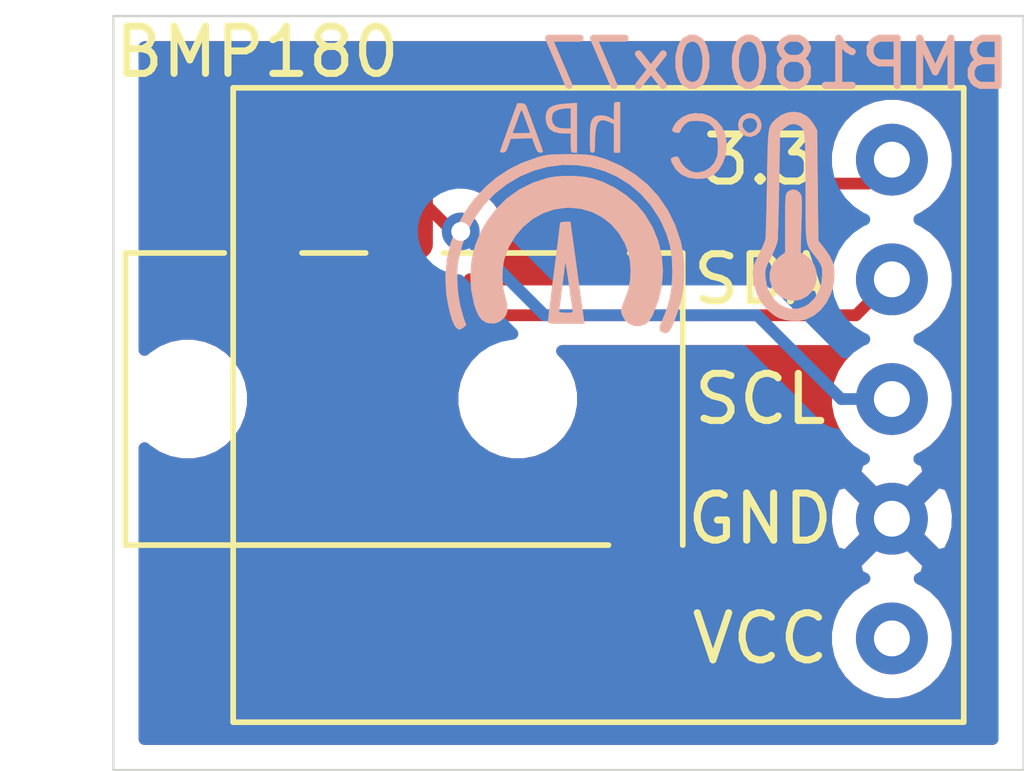
<source format=kicad_pcb>
(kicad_pcb (version 20171130) (host pcbnew "(5.1.5)-3")

  (general
    (thickness 1.6)
    (drawings 8)
    (tracks 15)
    (zones 0)
    (modules 3)
    (nets 6)
  )

  (page A4)
  (layers
    (0 F.Cu signal)
    (31 B.Cu signal)
    (32 B.Adhes user)
    (33 F.Adhes user)
    (34 B.Paste user)
    (35 F.Paste user)
    (36 B.SilkS user)
    (37 F.SilkS user)
    (38 B.Mask user)
    (39 F.Mask user)
    (40 Dwgs.User user)
    (41 Cmts.User user)
    (42 Eco1.User user)
    (43 Eco2.User user)
    (44 Edge.Cuts user)
    (45 Margin user)
    (46 B.CrtYd user)
    (47 F.CrtYd user)
    (48 B.Fab user)
    (49 F.Fab user)
  )

  (setup
    (last_trace_width 0.25)
    (trace_clearance 0.2)
    (zone_clearance 0.508)
    (zone_45_only no)
    (trace_min 0.2)
    (via_size 0.8)
    (via_drill 0.4)
    (via_min_size 0.4)
    (via_min_drill 0.3)
    (uvia_size 0.3)
    (uvia_drill 0.1)
    (uvias_allowed no)
    (uvia_min_size 0.2)
    (uvia_min_drill 0.1)
    (edge_width 0.05)
    (segment_width 0.2)
    (pcb_text_width 0.3)
    (pcb_text_size 1.5 1.5)
    (mod_edge_width 0.12)
    (mod_text_size 1 1)
    (mod_text_width 0.15)
    (pad_size 1.524 1.524)
    (pad_drill 0.762)
    (pad_to_mask_clearance 0.051)
    (solder_mask_min_width 0.25)
    (aux_axis_origin 0 0)
    (visible_elements 7FFFFFFF)
    (pcbplotparams
      (layerselection 0x010fc_ffffffff)
      (usegerberextensions false)
      (usegerberattributes false)
      (usegerberadvancedattributes false)
      (creategerberjobfile false)
      (excludeedgelayer true)
      (linewidth 0.100000)
      (plotframeref false)
      (viasonmask false)
      (mode 1)
      (useauxorigin false)
      (hpglpennumber 1)
      (hpglpenspeed 20)
      (hpglpendiameter 15.000000)
      (psnegative false)
      (psa4output false)
      (plotreference true)
      (plotvalue true)
      (plotinvisibletext false)
      (padsonsilk false)
      (subtractmaskfromsilk false)
      (outputformat 1)
      (mirror false)
      (drillshape 0)
      (scaleselection 1)
      (outputdirectory "gerbers/"))
  )

  (net 0 "")
  (net 1 GND)
  (net 2 SDA)
  (net 3 SCL)
  (net 4 +3V3)
  (net 5 "Net-(U1-Pad1)")

  (net_class Default "Ceci est la Netclass par défaut."
    (clearance 0.2)
    (trace_width 0.25)
    (via_dia 0.8)
    (via_drill 0.4)
    (uvia_dia 0.3)
    (uvia_drill 0.1)
    (add_net +3V3)
    (add_net GND)
    (add_net "Net-(U1-Pad1)")
    (add_net SCL)
    (add_net SDA)
  )

  (module usini_sensors:temp_hum_baro_logo (layer B.Cu) (tedit 5FDC7EAB) (tstamp 5FDA7B51)
    (at 172.466 27.178 180)
    (fp_text reference L1 (at -4.064 -5.588 180) (layer B.SilkS) hide
      (effects (font (size 1.524 1.524) (thickness 0.3)) (justify mirror))
    )
    (fp_text value LOGO (at 0.762 -5.842 180) (layer B.SilkS) hide
      (effects (font (size 1.524 1.524) (thickness 0.3)) (justify mirror))
    )
    (fp_poly (pts (xy -3.651278 0.600802) (xy -3.6322 0.584201) (xy -3.616297 0.565731) (xy -3.604104 0.541864)
      (xy -3.595132 0.506149) (xy -3.588888 0.452133) (xy -3.584884 0.373365) (xy -3.582629 0.263393)
      (xy -3.581631 0.115763) (xy -3.581401 -0.075974) (xy -3.5814 -0.08401) (xy -3.5814 -0.70142)
      (xy -3.470925 -0.779291) (xy -3.358498 -0.885343) (xy -3.286829 -1.009894) (xy -3.253801 -1.144851)
      (xy -3.257301 -1.282125) (xy -3.295212 -1.413623) (xy -3.365421 -1.531255) (xy -3.465812 -1.62693)
      (xy -3.59427 -1.692557) (xy -3.716301 -1.71803) (xy -3.812653 -1.715142) (xy -3.909008 -1.695409)
      (xy -3.920359 -1.6915) (xy -4.050676 -1.619094) (xy -4.148212 -1.51639) (xy -4.212428 -1.392347)
      (xy -4.242782 -1.255925) (xy -4.238735 -1.116084) (xy -4.199746 -0.981783) (xy -4.125274 -0.861984)
      (xy -4.014781 -0.765645) (xy -3.977488 -0.744185) (xy -3.903676 -0.705797) (xy -3.920614 -0.102675)
      (xy -3.925804 0.087837) (xy -3.929067 0.234284) (xy -3.930043 0.343376) (xy -3.928373 0.421824)
      (xy -3.923697 0.476337) (xy -3.915653 0.513627) (xy -3.903883 0.540404) (xy -3.888026 0.563378)
      (xy -3.884633 0.567724) (xy -3.813967 0.622001) (xy -3.730981 0.633366) (xy -3.651278 0.600802)) (layer B.SilkS) (width 0.01))
    (fp_poly (pts (xy -2.752186 2.242429) (xy -2.662361 2.189092) (xy -2.605388 2.10802) (xy -2.58398 2.012273)
      (xy -2.600854 1.914911) (xy -2.658722 1.828995) (xy -2.665047 1.823146) (xy -2.759515 1.765679)
      (xy -2.859585 1.758448) (xy -2.952112 1.792194) (xy -3.029629 1.857258) (xy -3.06819 1.939059)
      (xy -3.071816 2.020306) (xy -2.989403 2.020306) (xy -2.977816 1.947809) (xy -2.930339 1.884289)
      (xy -2.895179 1.861465) (xy -2.839889 1.836131) (xy -2.802575 1.835215) (xy -2.759323 1.86168)
      (xy -2.733926 1.881444) (xy -2.679618 1.949488) (xy -2.667782 2.023912) (xy -2.693789 2.092063)
      (xy -2.753011 2.141289) (xy -2.835452 2.159) (xy -2.915558 2.139168) (xy -2.967762 2.088514)
      (xy -2.989403 2.020306) (xy -3.071816 2.020306) (xy -3.072151 2.027789) (xy -3.045868 2.113638)
      (xy -2.993697 2.186797) (xy -2.919992 2.237456) (xy -2.829111 2.255807) (xy -2.752186 2.242429)) (layer B.SilkS) (width 0.01))
    (fp_poly (pts (xy 2.281912 1.961871) (xy 2.336097 1.811488) (xy 2.383853 1.677312) (xy 2.422623 1.566659)
      (xy 2.449854 1.486844) (xy 2.462989 1.44518) (xy 2.4638 1.441171) (xy 2.442182 1.426636)
      (xy 2.405224 1.4224) (xy 2.368762 1.430791) (xy 2.339315 1.463031) (xy 2.308849 1.529721)
      (xy 2.294567 1.56845) (xy 2.242485 1.7145) (xy 1.785465 1.729008) (xy 1.729568 1.575704)
      (xy 1.695575 1.490447) (xy 1.66699 1.443637) (xy 1.635774 1.424733) (xy 1.612662 1.4224)
      (xy 1.574634 1.425238) (xy 1.563623 1.442894) (xy 1.575776 1.489082) (xy 1.585913 1.51765)
      (xy 1.610161 1.584468) (xy 1.645944 1.682319) (xy 1.68967 1.801462) (xy 1.703654 1.839477)
      (xy 1.8288 1.839477) (xy 1.852126 1.834369) (xy 1.913821 1.830592) (xy 2.001457 1.828846)
      (xy 2.018929 1.8288) (xy 2.209058 1.8288) (xy 2.162154 1.94945) (xy 2.125282 2.048552)
      (xy 2.086118 2.160061) (xy 2.070825 2.205732) (xy 2.043748 2.275275) (xy 2.019346 2.315791)
      (xy 2.006152 2.320032) (xy 1.991404 2.290501) (xy 1.965033 2.226107) (xy 1.931904 2.140037)
      (xy 1.896885 2.045476) (xy 1.864841 1.95561) (xy 1.840639 1.883626) (xy 1.829145 1.84271)
      (xy 1.8288 1.839477) (xy 1.703654 1.839477) (xy 1.737748 1.932153) (xy 1.786586 2.06465)
      (xy 1.832593 2.189211) (xy 1.872177 2.296093) (xy 1.901748 2.375553) (xy 1.917714 2.417849)
      (xy 1.918302 2.41935) (xy 1.959133 2.455489) (xy 2.01793 2.4638) (xy 2.100025 2.4638)
      (xy 2.281912 1.961871)) (layer B.SilkS) (width 0.01))
    (fp_poly (pts (xy 1.061999 2.458086) (xy 1.227838 2.440751) (xy 1.349257 2.408102) (xy 1.431221 2.356726)
      (xy 1.478698 2.28321) (xy 1.496652 2.18414) (xy 1.497135 2.159) (xy 1.478507 2.026583)
      (xy 1.423012 1.928468) (xy 1.329916 1.864003) (xy 1.198481 1.83254) (xy 1.12395 1.828968)
      (xy 0.9652 1.8288) (xy 0.9652 1.6256) (xy 0.964523 1.524822) (xy 0.960333 1.464477)
      (xy 0.949392 1.434203) (xy 0.928461 1.423633) (xy 0.9017 1.4224) (xy 0.8382 1.4224)
      (xy 0.8382 1.9304) (xy 0.9652 1.9304) (xy 1.101474 1.9304) (xy 1.207284 1.938921)
      (xy 1.282469 1.967549) (xy 1.304674 1.983044) (xy 1.355701 2.052719) (xy 1.373743 2.144467)
      (xy 1.356018 2.23951) (xy 1.345901 2.261159) (xy 1.299896 2.302523) (xy 1.218597 2.336408)
      (xy 1.11746 2.357585) (xy 1.04775 2.362059) (xy 0.9652 2.3622) (xy 0.9652 1.9304)
      (xy 0.8382 1.9304) (xy 0.8382 2.470847) (xy 1.061999 2.458086)) (layer B.SilkS) (width 0.01))
    (fp_poly (pts (xy 0.019623 2.48682) (xy 0.038558 2.472537) (xy 0.047681 2.435642) (xy 0.05057 2.365422)
      (xy 0.0508 2.299074) (xy 0.0508 2.108947) (xy 0.13335 2.159279) (xy 0.218882 2.193716)
      (xy 0.316662 2.207713) (xy 0.40636 2.200149) (xy 0.459401 2.177243) (xy 0.499888 2.137614)
      (xy 0.528054 2.085343) (xy 0.545909 2.011364) (xy 0.555463 1.906609) (xy 0.558725 1.762015)
      (xy 0.5588 1.72887) (xy 0.558306 1.599795) (xy 0.555898 1.513121) (xy 0.550183 1.460452)
      (xy 0.53977 1.433393) (xy 0.523268 1.423547) (xy 0.508 1.4224) (xy 0.484138 1.426127)
      (xy 0.469189 1.443668) (xy 0.461092 1.484564) (xy 0.457784 1.558355) (xy 0.4572 1.657518)
      (xy 0.45114 1.836082) (xy 0.431516 1.967918) (xy 0.396157 2.055805) (xy 0.342894 2.102521)
      (xy 0.269555 2.110843) (xy 0.173972 2.08355) (xy 0.137188 2.067206) (xy 0.0508 2.026212)
      (xy 0.0508 1.4224) (xy -0.0762 1.4224) (xy -0.0762 2.4892) (xy -0.0127 2.4892)
      (xy 0.019623 2.48682)) (layer B.SilkS) (width 0.01))
    (fp_poly (pts (xy -1.5367 2.232565) (xy -1.395654 2.170321) (xy -1.280612 2.071882) (xy -1.219155 1.981111)
      (xy -1.188855 1.914971) (xy -1.189389 1.878605) (xy -1.226536 1.857597) (xy -1.273646 1.845207)
      (xy -1.325333 1.841102) (xy -1.349963 1.869077) (xy -1.355263 1.886849) (xy -1.382528 1.940799)
      (xy -1.432469 2.003724) (xy -1.448535 2.020004) (xy -1.49458 2.059845) (xy -1.539303 2.082532)
      (xy -1.599163 2.092822) (xy -1.690615 2.095468) (xy -1.709818 2.0955) (xy -1.853793 2.084087)
      (xy -1.961189 2.046386) (xy -2.041641 1.977203) (xy -2.097659 1.886451) (xy -2.129571 1.787502)
      (xy -2.149252 1.658519) (xy -2.15545 1.519069) (xy -2.146911 1.388718) (xy -2.133817 1.321605)
      (xy -2.076398 1.197156) (xy -1.983658 1.096657) (xy -1.866593 1.027244) (xy -1.736195 0.996051)
      (xy -1.640208 1.001267) (xy -1.538012 1.041815) (xy -1.440676 1.116233) (xy -1.365903 1.209239)
      (xy -1.342377 1.25831) (xy -1.316394 1.315283) (xy -1.285786 1.334166) (xy -1.246112 1.329258)
      (xy -1.181623 1.310171) (xy -1.158078 1.28418) (xy -1.167895 1.235695) (xy -1.182675 1.198792)
      (xy -1.26694 1.058027) (xy -1.384691 0.953873) (xy -1.531565 0.889057) (xy -1.703198 0.866306)
      (xy -1.7145 0.866342) (xy -1.810835 0.870849) (xy -1.897122 0.880726) (xy -1.938402 0.889429)
      (xy -2.062464 0.951919) (xy -2.16729 1.054107) (xy -2.249512 1.187431) (xy -2.305762 1.34333)
      (xy -2.332673 1.513245) (xy -2.326877 1.688613) (xy -2.301131 1.8115) (xy -2.230916 1.968548)
      (xy -2.124619 2.095607) (xy -1.989953 2.188428) (xy -1.834631 2.242762) (xy -1.666366 2.254361)
      (xy -1.5367 2.232565)) (layer B.SilkS) (width 0.01))
    (fp_poly (pts (xy -3.631449 2.267964) (xy -3.493617 2.213042) (xy -3.380754 2.128369) (xy -3.342562 2.091044)
      (xy -3.310728 2.057179) (xy -3.284592 2.02195) (xy -3.263497 1.980534) (xy -3.246785 1.928108)
      (xy -3.233797 1.859849) (xy -3.223874 1.770934) (xy -3.21636 1.65654) (xy -3.210594 1.511844)
      (xy -3.20592 1.332023) (xy -3.201678 1.112253) (xy -3.19721 0.847713) (xy -3.195992 0.7747)
      (xy -3.191754 0.538521) (xy -3.187212 0.315889) (xy -3.182523 0.112406) (xy -3.177838 -0.066326)
      (xy -3.173311 -0.214704) (xy -3.169098 -0.327128) (xy -3.16535 -0.397993) (xy -3.16324 -0.4191)
      (xy -3.146083 -0.472939) (xy -3.110742 -0.558603) (xy -3.062851 -0.663045) (xy -3.022399 -0.745237)
      (xy -2.964798 -0.862005) (xy -2.927673 -0.948543) (xy -2.906672 -1.01894) (xy -2.897442 -1.087285)
      (xy -2.8956 -1.155724) (xy -2.917179 -1.369624) (xy -2.978713 -1.572916) (xy -3.075398 -1.757521)
      (xy -3.202429 -1.915361) (xy -3.355001 -2.038356) (xy -3.450882 -2.089478) (xy -3.576002 -2.127975)
      (xy -3.723016 -2.147989) (xy -3.870038 -2.148129) (xy -3.995182 -2.127009) (xy -4.003134 -2.12451)
      (xy -4.178046 -2.041373) (xy -4.329756 -1.917583) (xy -4.454142 -1.75957) (xy -4.547078 -1.573763)
      (xy -4.60444 -1.366593) (xy -4.621786 -1.164684) (xy -4.3688 -1.164684) (xy -4.3688 -1.165842)
      (xy -4.348551 -1.357394) (xy -4.290671 -1.531546) (xy -4.199464 -1.680329) (xy -4.079231 -1.795776)
      (xy -4.004049 -1.841303) (xy -3.863408 -1.893016) (xy -3.72664 -1.900931) (xy -3.603205 -1.875521)
      (xy -3.466132 -1.809069) (xy -3.347195 -1.701706) (xy -3.252119 -1.561781) (xy -3.186629 -1.397643)
      (xy -3.156874 -1.224566) (xy -3.153082 -1.147025) (xy -3.156115 -1.08582) (xy -3.16979 -1.027235)
      (xy -3.197921 -0.957555) (xy -3.244325 -0.863065) (xy -3.272951 -0.80731) (xy -3.327734 -0.693763)
      (xy -3.37393 -0.584444) (xy -3.405525 -0.49434) (xy -3.415599 -0.45171) (xy -3.41927 -0.403554)
      (xy -3.42347 -0.310472) (xy -3.428038 -0.178331) (xy -3.43281 -0.013001) (xy -3.437624 0.179651)
      (xy -3.442319 0.393755) (xy -3.446731 0.623443) (xy -3.449034 0.757625) (xy -3.4671 1.858149)
      (xy -3.561977 1.945075) (xy -3.663937 2.013008) (xy -3.7661 2.032485) (xy -3.863969 2.002871)
      (xy -3.883232 1.990581) (xy -3.913062 1.96812) (xy -3.937944 1.943171) (xy -3.958325 1.911191)
      (xy -3.974654 1.867637) (xy -3.987379 1.807964) (xy -3.996948 1.72763) (xy -4.00381 1.62209)
      (xy -4.008412 1.486801) (xy -4.011203 1.31722) (xy -4.012631 1.108802) (xy -4.013145 0.857006)
      (xy -4.0132 0.673101) (xy -4.013174 0.396812) (xy -4.013537 0.166246) (xy -4.014955 -0.023671)
      (xy -4.018092 -0.178015) (xy -4.023612 -0.301861) (xy -4.032182 -0.400286) (xy -4.044465 -0.478365)
      (xy -4.061127 -0.541173) (xy -4.082831 -0.593785) (xy -4.110243 -0.641278) (xy -4.144027 -0.688726)
      (xy -4.184849 -0.741205) (xy -4.201155 -0.762) (xy -4.277267 -0.862493) (xy -4.326165 -0.938743)
      (xy -4.353773 -1.005016) (xy -4.366011 -1.075575) (xy -4.3688 -1.164684) (xy -4.621786 -1.164684)
      (xy -4.622243 -1.159374) (xy -4.613824 -1.02535) (xy -4.585677 -0.907878) (xy -4.532104 -0.792673)
      (xy -4.447409 -0.66545) (xy -4.401205 -0.605019) (xy -4.2799 -0.450662) (xy -4.2545 1.8923)
      (xy -4.191 2.00433) (xy -4.131205 2.0902) (xy -4.057759 2.170623) (xy -4.03325 2.192112)
      (xy -3.912282 2.258576) (xy -3.774676 2.283501) (xy -3.631449 2.267964)) (layer B.SilkS) (width 0.01))
    (fp_poly (pts (xy 1.160458 -0.057017) (xy 1.19192 -0.076997) (xy 1.1938 -0.086708) (xy 1.196933 -0.119117)
      (xy 1.20587 -0.196273) (xy 1.219915 -0.31254) (xy 1.238371 -0.462284) (xy 1.260543 -0.639869)
      (xy 1.285734 -0.839658) (xy 1.313249 -1.056018) (xy 1.3208 -1.115084) (xy 1.348857 -1.335609)
      (xy 1.374765 -1.541687) (xy 1.397826 -1.727568) (xy 1.417339 -1.887506) (xy 1.432604 -2.015753)
      (xy 1.442923 -2.106559) (xy 1.447596 -2.154178) (xy 1.4478 -2.158676) (xy 1.445384 -2.178249)
      (xy 1.433125 -2.192066) (xy 1.403507 -2.201124) (xy 1.349012 -2.206425) (xy 1.262124 -2.208968)
      (xy 1.135326 -2.209753) (xy 1.063476 -2.2098) (xy 0.679153 -2.2098) (xy 0.691679 -2.12725)
      (xy 0.697835 -2.084278) (xy 0.710049 -1.996935) (xy 0.716551 -1.950074) (xy 0.923398 -1.950074)
      (xy 0.933569 -1.97094) (xy 0.970014 -1.979471) (xy 1.043714 -1.981188) (xy 1.067434 -1.9812)
      (xy 1.147624 -1.977921) (xy 1.202628 -1.969403) (xy 1.2192 -1.959633) (xy 1.216009 -1.928773)
      (xy 1.207127 -1.855748) (xy 1.193591 -1.748746) (xy 1.176438 -1.615954) (xy 1.156702 -1.465562)
      (xy 1.1557 -1.457983) (xy 1.135804 -1.305739) (xy 1.11846 -1.169543) (xy 1.104713 -1.057902)
      (xy 1.095613 -0.979323) (xy 1.092204 -0.942314) (xy 1.0922 -0.941916) (xy 1.085212 -0.917093)
      (xy 1.079115 -0.919018) (xy 1.071637 -0.947214) (xy 1.058863 -1.017535) (xy 1.042122 -1.121739)
      (xy 1.022742 -1.251583) (xy 1.003698 -1.386801) (xy 0.982794 -1.537991) (xy 0.963387 -1.675971)
      (xy 0.946856 -1.791103) (xy 0.934584 -1.873753) (xy 0.928517 -1.91135) (xy 0.923398 -1.950074)
      (xy 0.716551 -1.950074) (xy 0.727499 -1.871179) (xy 0.74936 -1.712973) (xy 0.774809 -1.528274)
      (xy 0.803024 -1.323044) (xy 0.833181 -1.103243) (xy 0.840786 -1.04775) (xy 0.977366 -0.0508)
      (xy 1.085583 -0.0508) (xy 1.160458 -0.057017)) (layer B.SilkS) (width 0.01))
    (fp_poly (pts (xy 1.295888 0.907888) (xy 1.457358 0.880112) (xy 1.771892 0.778117) (xy 2.060582 0.632904)
      (xy 2.321361 0.446146) (xy 2.552162 0.219516) (xy 2.750919 -0.045311) (xy 2.879345 -0.271246)
      (xy 2.996175 -0.560078) (xy 3.068453 -0.865941) (xy 3.09564 -1.180499) (xy 3.077198 -1.495416)
      (xy 3.012587 -1.802355) (xy 2.984097 -1.891704) (xy 2.925684 -2.028873) (xy 2.857897 -2.122121)
      (xy 2.774579 -2.178227) (xy 2.705166 -2.198763) (xy 2.586493 -2.203859) (xy 2.483842 -2.167076)
      (xy 2.396262 -2.096542) (xy 2.339709 -2.021114) (xy 2.313223 -1.93256) (xy 2.316228 -1.82213)
      (xy 2.348145 -1.681078) (xy 2.365156 -1.6256) (xy 2.401987 -1.460894) (xy 2.419144 -1.270345)
      (xy 2.416332 -1.074925) (xy 2.393254 -0.895608) (xy 2.376421 -0.826584) (xy 2.278366 -0.572222)
      (xy 2.142814 -0.345177) (xy 1.9744 -0.149096) (xy 1.777762 0.01237) (xy 1.557534 0.135575)
      (xy 1.318353 0.216871) (xy 1.064854 0.252608) (xy 1.003299 0.254) (xy 0.75001 0.229843)
      (xy 0.512834 0.159726) (xy 0.296429 0.047182) (xy 0.105456 -0.104258) (xy -0.055424 -0.291059)
      (xy -0.181553 -0.50969) (xy -0.252108 -0.697674) (xy -0.289208 -0.87762) (xy -0.303118 -1.076499)
      (xy -0.294211 -1.27621) (xy -0.26286 -1.458655) (xy -0.234551 -1.5494) (xy -0.180503 -1.690385)
      (xy -0.142129 -1.792258) (xy -0.11755 -1.86358) (xy -0.104885 -1.91291) (xy -0.102254 -1.948805)
      (xy -0.107777 -1.979826) (xy -0.119573 -2.014532) (xy -0.127498 -2.036694) (xy -0.189113 -2.143537)
      (xy -0.281613 -2.218407) (xy -0.39341 -2.257197) (xy -0.512912 -2.255798) (xy -0.624226 -2.212768)
      (xy -0.689451 -2.152272) (xy -0.752439 -2.057089) (xy -0.769039 -2.024283) (xy -0.889216 -1.714443)
      (xy -0.960575 -1.398979) (xy -0.983463 -1.082138) (xy -0.958226 -0.768164) (xy -0.885209 -0.461301)
      (xy -0.76476 -0.165795) (xy -0.597223 0.11411) (xy -0.594313 0.118225) (xy -0.421417 0.322895)
      (xy -0.20999 0.508798) (xy 0.028954 0.668392) (xy 0.284402 0.794137) (xy 0.499105 0.866874)
      (xy 0.676139 0.90101) (xy 0.880759 0.919402) (xy 1.093748 0.921783) (xy 1.295888 0.907888)) (layer B.SilkS) (width 0.01))
    (fp_poly (pts (xy 1.0287 1.382774) (xy 1.192558 1.38157) (xy 1.317272 1.378419) (xy 1.414493 1.372071)
      (xy 1.495873 1.361277) (xy 1.573062 1.344787) (xy 1.657712 1.321351) (xy 1.6891 1.311932)
      (xy 2.00592 1.19823) (xy 2.288225 1.057625) (xy 2.548239 0.883112) (xy 2.774728 0.689926)
      (xy 3.018991 0.427335) (xy 3.224786 0.136944) (xy 3.390166 -0.175842) (xy 3.513184 -0.505616)
      (xy 3.591893 -0.846972) (xy 3.624346 -1.194503) (xy 3.608596 -1.542803) (xy 3.600704 -1.603675)
      (xy 3.568036 -1.798858) (xy 3.529517 -1.972366) (xy 3.487281 -2.11685) (xy 3.443462 -2.224962)
      (xy 3.402123 -2.287476) (xy 3.353164 -2.327609) (xy 3.311159 -2.33017) (xy 3.256496 -2.295328)
      (xy 3.248333 -2.288786) (xy 3.189038 -2.240772) (xy 3.245781 -2.079236) (xy 3.317329 -1.822591)
      (xy 3.362918 -1.542886) (xy 3.381019 -1.257907) (xy 3.370103 -0.985445) (xy 3.351505 -0.849214)
      (xy 3.273519 -0.540064) (xy 3.152523 -0.235816) (xy 2.994248 0.053018) (xy 2.804424 0.315924)
      (xy 2.597103 0.534827) (xy 2.330312 0.747559) (xy 2.047536 0.915751) (xy 1.753002 1.040114)
      (xy 1.450938 1.121358) (xy 1.14557 1.160197) (xy 0.841125 1.15734) (xy 0.541832 1.1135)
      (xy 0.251916 1.029388) (xy -0.024394 0.905715) (xy -0.282872 0.743192) (xy -0.519291 0.542532)
      (xy -0.729423 0.304444) (xy -0.909042 0.029642) (xy -0.958171 -0.0635) (xy -1.065259 -0.308831)
      (xy -1.137716 -0.552153) (xy -1.178306 -0.807151) (xy -1.189791 -1.087512) (xy -1.187287 -1.198545)
      (xy -1.168624 -1.458585) (xy -1.131036 -1.68664) (xy -1.07092 -1.899158) (xy -0.989427 -2.102159)
      (xy -0.941996 -2.214811) (xy -0.919819 -2.292451) (xy -0.92211 -2.343687) (xy -0.948087 -2.377127)
      (xy -0.963531 -2.386706) (xy -1.039442 -2.411254) (xy -1.098603 -2.390344) (xy -1.129413 -2.35585)
      (xy -1.168239 -2.285646) (xy -1.214928 -2.178397) (xy -1.264989 -2.046333) (xy -1.313932 -1.901683)
      (xy -1.357266 -1.756678) (xy -1.376968 -1.681667) (xy -1.415749 -1.462234) (xy -1.433655 -1.214377)
      (xy -1.430904 -0.955886) (xy -1.407715 -0.704552) (xy -1.364303 -0.478163) (xy -1.362155 -0.4699)
      (xy -1.246259 -0.123274) (xy -1.089513 0.19485) (xy -0.894215 0.482144) (xy -0.662661 0.736279)
      (xy -0.397146 0.954928) (xy -0.099967 1.135761) (xy 0.226579 1.276451) (xy 0.4191 1.336209)
      (xy 0.500834 1.355387) (xy 0.588031 1.368817) (xy 0.691484 1.377323) (xy 0.821984 1.381731)
      (xy 0.990323 1.382865) (xy 1.0287 1.382774)) (layer B.SilkS) (width 0.01))
  )

  (module usini_sensors:module_bmp180 (layer F.Cu) (tedit 5FDB3A7F) (tstamp 5FDC7F05)
    (at 178.308 25.908 180)
    (path /5FDC8010)
    (fp_text reference U1 (at 0.508 -12.7) (layer F.SilkS) hide
      (effects (font (size 1 1) (thickness 0.15)))
    )
    (fp_text value module_bmp180 (at 4.318 2.54) (layer F.Fab)
      (effects (font (size 1 1) (thickness 0.15)))
    )
    (fp_line (start -1.524 1.524) (end -1.524 -11.938) (layer F.SilkS) (width 0.12))
    (fp_line (start 13.97 1.524) (end -1.524 1.524) (layer F.SilkS) (width 0.12))
    (fp_line (start 13.97 -11.938) (end 13.97 1.524) (layer F.SilkS) (width 0.12))
    (fp_line (start -1.524 -11.938) (end 13.97 -11.938) (layer F.SilkS) (width 0.12))
    (fp_text user 3.3 (at 2.794 0) (layer F.SilkS)
      (effects (font (size 1 1) (thickness 0.15)))
    )
    (fp_text user SDA (at 2.794 -2.54) (layer F.SilkS)
      (effects (font (size 1 1) (thickness 0.15)))
    )
    (fp_text user SCL (at 2.794 -5.08) (layer F.SilkS)
      (effects (font (size 1 1) (thickness 0.15)))
    )
    (fp_text user GND (at 2.794 -7.62) (layer F.SilkS)
      (effects (font (size 1 1) (thickness 0.15)))
    )
    (fp_text user VCC (at 2.794 -10.16) (layer F.SilkS)
      (effects (font (size 1 1) (thickness 0.15)))
    )
    (pad 5 thru_hole circle (at 0 0 180) (size 1.524 1.524) (drill 0.762) (layers *.Cu *.Mask)
      (net 4 +3V3))
    (pad 4 thru_hole circle (at 0 -2.54 180) (size 1.524 1.524) (drill 0.762) (layers *.Cu *.Mask)
      (net 2 SDA))
    (pad 3 thru_hole circle (at 0 -5.08 180) (size 1.524 1.524) (drill 0.762) (layers *.Cu *.Mask)
      (net 3 SCL))
    (pad 2 thru_hole circle (at 0 -7.62 180) (size 1.524 1.524) (drill 0.762) (layers *.Cu *.Mask)
      (net 1 GND))
    (pad 1 thru_hole circle (at 0 -10.16 180) (size 1.524 1.524) (drill 0.762) (layers *.Cu *.Mask)
      (net 5 "Net-(U1-Pad1)"))
    (model ${KIPRJMOD}/usini_sensors.pretty/bmp180.step
      (offset (xyz 7 6.5 12.5))
      (scale (xyz 1 1 1))
      (rotate (xyz 0 180 90))
    )
    (model ${KISYS3DMOD}/Connector_PinSocket_2.54mm.3dshapes/PinSocket_1x05_P2.54mm_Vertical.step
      (offset (xyz 0 10.2 0))
      (scale (xyz 1 1 1))
      (rotate (xyz 0 0 0))
    )
    (model ${KISYS3DMOD}/Connector_PinHeader_2.54mm.3dshapes/PinHeader_1x05_P2.54mm_Vertical.step
      (offset (xyz 0 0 9.5))
      (scale (xyz 1 1 1))
      (rotate (xyz -180 0 0))
    )
  )

  (module usini_sensors:jack_3.5mm_TRRS (layer F.Cu) (tedit 5FDB7F81) (tstamp 5FDA3052)
    (at 168.148 30.988)
    (descr "Headphones with microphone connector, 3.5mm, 4 pins (http://www.qingpu-electronics.com/en/products/WQP-PJ320D-72.html)")
    (tags "3.5mm jack mic microphone phones headphones 4pins audio plug")
    (path /5FDC3E76)
    (attr smd)
    (fp_text reference J1 (at -0.508 0.508 90) (layer F.SilkS) hide
      (effects (font (size 1 1) (thickness 0.15)))
    )
    (fp_text value AudioJack4 (at -0.025 6.35) (layer F.Fab)
      (effects (font (size 1 1) (thickness 0.15)))
    )
    (fp_circle (center 3.9 -2.35) (end 3.95 -2.1) (layer F.Fab) (width 0.12))
    (fp_line (start -6.096 -3.1) (end -6.096 3.1) (layer F.SilkS) (width 0.12))
    (fp_line (start -8.73 -5) (end 6.07 -5) (layer F.CrtYd) (width 0.05))
    (fp_line (start -8.73 5) (end 6.07 5) (layer F.CrtYd) (width 0.05))
    (fp_line (start 5.725 3.1) (end 5.725 -3.1) (layer F.SilkS) (width 0.12))
    (fp_line (start -8.73 5) (end -8.73 -5) (layer F.CrtYd) (width 0.05))
    (fp_line (start 6.07 5) (end 6.07 -5) (layer F.CrtYd) (width 0.05))
    (fp_line (start -6.096 -3.1) (end -4 -3.1) (layer F.SilkS) (width 0.12))
    (fp_line (start -2.35 -3.1) (end -1 -3.1) (layer F.SilkS) (width 0.12))
    (fp_line (start 0.65 -3.1) (end 3.05 -3.1) (layer F.SilkS) (width 0.12))
    (fp_line (start 4.6 -3.1) (end 5.725 -3.1) (layer F.SilkS) (width 0.12))
    (fp_line (start 4.15 3.1) (end -6.096 3.1) (layer F.SilkS) (width 0.12))
    (fp_line (start 5.575 -2.9) (end 5.575 2.9) (layer F.Fab) (width 0.1))
    (fp_line (start -6.096 -2.9) (end 5.575 -2.9) (layer F.Fab) (width 0.1))
    (fp_line (start -6.096 -2.3) (end -6.096 -2.9) (layer F.Fab) (width 0.1))
    (fp_line (start -8.225 -2.3) (end -6.096 -2.3) (layer F.Fab) (width 0.1))
    (fp_line (start -8.225 2.3) (end -8.225 -2.3) (layer F.Fab) (width 0.1))
    (fp_line (start -6.096 2.3) (end -8.225 2.3) (layer F.Fab) (width 0.1))
    (fp_line (start -6.096 2.9) (end -6.096 2.286) (layer F.Fab) (width 0.1))
    (fp_line (start 5.575 2.9) (end -6.096 2.9) (layer F.Fab) (width 0.1))
    (fp_text user %R (at -1.195 0) (layer F.Fab)
      (effects (font (size 1 1) (thickness 0.15)))
    )
    (pad "" np_thru_hole circle (at 2.225 0) (size 1.5 1.5) (drill 1.5) (layers *.Cu *.Mask))
    (pad "" np_thru_hole circle (at -4.775 0) (size 1.5 1.5) (drill 1.5) (layers *.Cu *.Mask))
    (pad R2 smd roundrect (at -3.175 -4.572) (size 1.2 3.2) (layers F.Cu F.Paste F.Mask) (roundrect_rratio 0.25)
      (net 2 SDA))
    (pad R1 smd roundrect (at -0.175 -4.572) (size 1.2 3.2) (layers F.Cu F.Paste F.Mask) (roundrect_rratio 0.25)
      (net 3 SCL))
    (pad T smd roundrect (at 3.81 -4.572) (size 1.2 3.2) (layers F.Cu F.Paste F.Mask) (roundrect_rratio 0.25)
      (net 4 +3V3))
    (pad S smd roundrect (at 4.925 4.572) (size 1.2 3.2) (layers F.Cu F.Paste F.Mask) (roundrect_rratio 0.25)
      (net 1 GND))
    (model ${KIPRJMOD}/usini_sensors.pretty/audio_3.5mm_trrs.step
      (offset (xyz 5.5 -3 0))
      (scale (xyz 1 1 1))
      (rotate (xyz 0 0 -90))
    )
  )

  (gr_text BMP180 (at 164.846 23.622) (layer F.SilkS)
    (effects (font (size 1 1) (thickness 0.15)))
  )
  (gr_line (start 181.102 22.86) (end 180.848 22.86) (layer Edge.Cuts) (width 0.05) (tstamp 5FDA2D9F))
  (gr_line (start 181.102 38.862) (end 181.102 22.86) (layer Edge.Cuts) (width 0.05))
  (gr_line (start 161.798 38.862) (end 181.102 38.862) (layer Edge.Cuts) (width 0.05))
  (gr_line (start 161.798 22.86) (end 161.798 38.862) (layer Edge.Cuts) (width 0.05))
  (gr_line (start 180.848 22.86) (end 161.798 22.86) (layer Edge.Cuts) (width 0.05))
  (gr_text 0x77 (at 172.72 23.876) (layer B.SilkS)
    (effects (font (size 1 1) (thickness 0.15)) (justify mirror))
  )
  (gr_text BMP180 (at 177.8 23.876) (layer B.SilkS)
    (effects (font (size 1 1) (thickness 0.15)) (justify mirror))
  )

  (segment (start 176.276 35.56) (end 173.073 35.56) (width 0.25) (layer F.Cu) (net 1))
  (segment (start 178.308 33.528) (end 176.276 35.56) (width 0.25) (layer F.Cu) (net 1))
  (segment (start 177.546001 29.209999) (end 165.607999 29.209999) (width 0.25) (layer F.Cu) (net 2))
  (segment (start 178.308 28.448) (end 177.546001 29.209999) (width 0.25) (layer F.Cu) (net 2))
  (segment (start 164.973 28.575) (end 164.973 26.416) (width 0.25) (layer F.Cu) (net 2))
  (segment (start 165.607999 29.209999) (end 164.973 28.575) (width 0.25) (layer F.Cu) (net 2))
  (segment (start 177.23037 30.988) (end 175.45237 29.21) (width 0.25) (layer B.Cu) (net 3))
  (segment (start 178.308 30.988) (end 177.23037 30.988) (width 0.25) (layer B.Cu) (net 3))
  (via (at 169.164 27.432) (size 0.8) (drill 0.4) (layers F.Cu B.Cu) (net 3))
  (segment (start 175.45237 29.21) (end 170.942 29.21) (width 0.25) (layer B.Cu) (net 3))
  (segment (start 170.942 29.21) (end 169.164 27.432) (width 0.25) (layer B.Cu) (net 3))
  (segment (start 168.989 27.432) (end 167.973 26.416) (width 0.25) (layer F.Cu) (net 3))
  (segment (start 169.164 27.432) (end 168.989 27.432) (width 0.25) (layer F.Cu) (net 3))
  (segment (start 177.8 26.416) (end 178.308 25.908) (width 0.25) (layer F.Cu) (net 4))
  (segment (start 171.958 26.416) (end 177.8 26.416) (width 0.25) (layer F.Cu) (net 4))

  (zone (net 1) (net_name GND) (layer F.Cu) (tstamp 5FE0E8B9) (hatch edge 0.508)
    (connect_pads (clearance 0.508))
    (min_thickness 0.254)
    (fill yes (arc_segments 32) (thermal_gap 0.508) (thermal_bridge_width 0.508))
    (polygon
      (pts
        (xy 181.102 38.862) (xy 161.798 38.862) (xy 161.798 22.86) (xy 181.102 22.86)
      )
    )
    (filled_polygon
      (pts
        (xy 180.442 38.202) (xy 162.458 38.202) (xy 162.458 37.16) (xy 171.834928 37.16) (xy 171.847188 37.284482)
        (xy 171.883498 37.40418) (xy 171.942463 37.514494) (xy 172.021815 37.611185) (xy 172.118506 37.690537) (xy 172.22882 37.749502)
        (xy 172.348518 37.785812) (xy 172.473 37.798072) (xy 172.78725 37.795) (xy 172.946 37.63625) (xy 172.946 35.687)
        (xy 173.2 35.687) (xy 173.2 37.63625) (xy 173.35875 37.795) (xy 173.673 37.798072) (xy 173.797482 37.785812)
        (xy 173.91718 37.749502) (xy 174.027494 37.690537) (xy 174.124185 37.611185) (xy 174.203537 37.514494) (xy 174.262502 37.40418)
        (xy 174.298812 37.284482) (xy 174.311072 37.16) (xy 174.308198 35.930408) (xy 176.911 35.930408) (xy 176.911 36.205592)
        (xy 176.964686 36.47549) (xy 177.069995 36.729727) (xy 177.22288 36.958535) (xy 177.417465 37.15312) (xy 177.646273 37.306005)
        (xy 177.90051 37.411314) (xy 178.170408 37.465) (xy 178.445592 37.465) (xy 178.71549 37.411314) (xy 178.969727 37.306005)
        (xy 179.198535 37.15312) (xy 179.39312 36.958535) (xy 179.546005 36.729727) (xy 179.651314 36.47549) (xy 179.705 36.205592)
        (xy 179.705 35.930408) (xy 179.651314 35.66051) (xy 179.546005 35.406273) (xy 179.39312 35.177465) (xy 179.198535 34.98288)
        (xy 178.969727 34.829995) (xy 178.898057 34.800308) (xy 178.911023 34.795636) (xy 179.02698 34.733656) (xy 179.09396 34.493565)
        (xy 178.308 33.707605) (xy 177.52204 34.493565) (xy 177.58902 34.733656) (xy 177.72476 34.797485) (xy 177.646273 34.829995)
        (xy 177.417465 34.98288) (xy 177.22288 35.177465) (xy 177.069995 35.406273) (xy 176.964686 35.66051) (xy 176.911 35.930408)
        (xy 174.308198 35.930408) (xy 174.308 35.84575) (xy 174.14925 35.687) (xy 173.2 35.687) (xy 172.946 35.687)
        (xy 171.99675 35.687) (xy 171.838 35.84575) (xy 171.834928 37.16) (xy 162.458 37.16) (xy 162.458 33.96)
        (xy 171.834928 33.96) (xy 171.838 35.27425) (xy 171.99675 35.433) (xy 172.946 35.433) (xy 172.946 33.48375)
        (xy 173.2 33.48375) (xy 173.2 35.433) (xy 174.14925 35.433) (xy 174.308 35.27425) (xy 174.311072 33.96)
        (xy 174.298812 33.835518) (xy 174.262502 33.71582) (xy 174.203537 33.605506) (xy 174.199033 33.600017) (xy 176.90609 33.600017)
        (xy 176.947078 33.872133) (xy 177.040364 34.131023) (xy 177.102344 34.24698) (xy 177.342435 34.31396) (xy 178.128395 33.528)
        (xy 178.487605 33.528) (xy 179.273565 34.31396) (xy 179.513656 34.24698) (xy 179.630756 33.997952) (xy 179.697023 33.730865)
        (xy 179.70991 33.455983) (xy 179.668922 33.183867) (xy 179.575636 32.924977) (xy 179.513656 32.80902) (xy 179.273565 32.74204)
        (xy 178.487605 33.528) (xy 178.128395 33.528) (xy 177.342435 32.74204) (xy 177.102344 32.80902) (xy 176.985244 33.058048)
        (xy 176.918977 33.325135) (xy 176.90609 33.600017) (xy 174.199033 33.600017) (xy 174.124185 33.508815) (xy 174.027494 33.429463)
        (xy 173.91718 33.370498) (xy 173.797482 33.334188) (xy 173.673 33.321928) (xy 173.35875 33.325) (xy 173.2 33.48375)
        (xy 172.946 33.48375) (xy 172.78725 33.325) (xy 172.473 33.321928) (xy 172.348518 33.334188) (xy 172.22882 33.370498)
        (xy 172.118506 33.429463) (xy 172.021815 33.508815) (xy 171.942463 33.605506) (xy 171.883498 33.71582) (xy 171.847188 33.835518)
        (xy 171.834928 33.96) (xy 162.458 33.96) (xy 162.458 32.031685) (xy 162.490114 32.063799) (xy 162.716957 32.215371)
        (xy 162.969011 32.319775) (xy 163.236589 32.373) (xy 163.509411 32.373) (xy 163.776989 32.319775) (xy 164.029043 32.215371)
        (xy 164.255886 32.063799) (xy 164.448799 31.870886) (xy 164.600371 31.644043) (xy 164.704775 31.391989) (xy 164.758 31.124411)
        (xy 164.758 30.851589) (xy 164.704775 30.584011) (xy 164.600371 30.331957) (xy 164.448799 30.105114) (xy 164.255886 29.912201)
        (xy 164.029043 29.760629) (xy 163.776989 29.656225) (xy 163.509411 29.603) (xy 163.236589 29.603) (xy 162.969011 29.656225)
        (xy 162.716957 29.760629) (xy 162.490114 29.912201) (xy 162.458 29.944315) (xy 162.458 25.116) (xy 163.734928 25.116)
        (xy 163.734928 27.716) (xy 163.752953 27.899009) (xy 163.806334 28.074985) (xy 163.893022 28.237165) (xy 164.009683 28.379317)
        (xy 164.151835 28.495978) (xy 164.213 28.528672) (xy 164.213 28.537677) (xy 164.209324 28.575) (xy 164.213 28.612322)
        (xy 164.213 28.612332) (xy 164.223997 28.723985) (xy 164.242725 28.785723) (xy 164.267454 28.867246) (xy 164.338026 28.999276)
        (xy 164.377871 29.047826) (xy 164.432999 29.115001) (xy 164.462002 29.138803) (xy 165.044199 29.721001) (xy 165.067998 29.75)
        (xy 165.183723 29.844973) (xy 165.315752 29.915545) (xy 165.459013 29.959002) (xy 165.570666 29.969999) (xy 165.570675 29.969999)
        (xy 165.607998 29.973675) (xy 165.645321 29.969999) (xy 169.432316 29.969999) (xy 169.297201 30.105114) (xy 169.145629 30.331957)
        (xy 169.041225 30.584011) (xy 168.988 30.851589) (xy 168.988 31.124411) (xy 169.041225 31.391989) (xy 169.145629 31.644043)
        (xy 169.297201 31.870886) (xy 169.490114 32.063799) (xy 169.716957 32.215371) (xy 169.969011 32.319775) (xy 170.236589 32.373)
        (xy 170.509411 32.373) (xy 170.776989 32.319775) (xy 171.029043 32.215371) (xy 171.255886 32.063799) (xy 171.448799 31.870886)
        (xy 171.600371 31.644043) (xy 171.704775 31.391989) (xy 171.758 31.124411) (xy 171.758 30.851589) (xy 171.704775 30.584011)
        (xy 171.600371 30.331957) (xy 171.448799 30.105114) (xy 171.313684 29.969999) (xy 177.350346 29.969999) (xy 177.22288 30.097465)
        (xy 177.069995 30.326273) (xy 176.964686 30.58051) (xy 176.911 30.850408) (xy 176.911 31.125592) (xy 176.964686 31.39549)
        (xy 177.069995 31.649727) (xy 177.22288 31.878535) (xy 177.417465 32.07312) (xy 177.646273 32.226005) (xy 177.717943 32.255692)
        (xy 177.704977 32.260364) (xy 177.58902 32.322344) (xy 177.52204 32.562435) (xy 178.308 33.348395) (xy 179.09396 32.562435)
        (xy 179.02698 32.322344) (xy 178.89124 32.258515) (xy 178.969727 32.226005) (xy 179.198535 32.07312) (xy 179.39312 31.878535)
        (xy 179.546005 31.649727) (xy 179.651314 31.39549) (xy 179.705 31.125592) (xy 179.705 30.850408) (xy 179.651314 30.58051)
        (xy 179.546005 30.326273) (xy 179.39312 30.097465) (xy 179.198535 29.90288) (xy 178.969727 29.749995) (xy 178.892485 29.718)
        (xy 178.969727 29.686005) (xy 179.198535 29.53312) (xy 179.39312 29.338535) (xy 179.546005 29.109727) (xy 179.651314 28.85549)
        (xy 179.705 28.585592) (xy 179.705 28.310408) (xy 179.651314 28.04051) (xy 179.546005 27.786273) (xy 179.39312 27.557465)
        (xy 179.198535 27.36288) (xy 178.969727 27.209995) (xy 178.892485 27.178) (xy 178.969727 27.146005) (xy 179.198535 26.99312)
        (xy 179.39312 26.798535) (xy 179.546005 26.569727) (xy 179.651314 26.31549) (xy 179.705 26.045592) (xy 179.705 25.770408)
        (xy 179.651314 25.50051) (xy 179.546005 25.246273) (xy 179.39312 25.017465) (xy 179.198535 24.82288) (xy 178.969727 24.669995)
        (xy 178.71549 24.564686) (xy 178.445592 24.511) (xy 178.170408 24.511) (xy 177.90051 24.564686) (xy 177.646273 24.669995)
        (xy 177.417465 24.82288) (xy 177.22288 25.017465) (xy 177.069995 25.246273) (xy 176.964686 25.50051) (xy 176.933757 25.656)
        (xy 173.196072 25.656) (xy 173.196072 25.116) (xy 173.178047 24.932991) (xy 173.124666 24.757015) (xy 173.037978 24.594835)
        (xy 172.921317 24.452683) (xy 172.779165 24.336022) (xy 172.616985 24.249334) (xy 172.441009 24.195953) (xy 172.258 24.177928)
        (xy 171.658 24.177928) (xy 171.474991 24.195953) (xy 171.299015 24.249334) (xy 171.136835 24.336022) (xy 170.994683 24.452683)
        (xy 170.878022 24.594835) (xy 170.791334 24.757015) (xy 170.737953 24.932991) (xy 170.719928 25.116) (xy 170.719928 27.716)
        (xy 170.737953 27.899009) (xy 170.791334 28.074985) (xy 170.878022 28.237165) (xy 170.994683 28.379317) (xy 171.080809 28.449999)
        (xy 169.351409 28.449999) (xy 169.465898 28.427226) (xy 169.654256 28.349205) (xy 169.823774 28.235937) (xy 169.967937 28.091774)
        (xy 170.081205 27.922256) (xy 170.159226 27.733898) (xy 170.199 27.533939) (xy 170.199 27.330061) (xy 170.159226 27.130102)
        (xy 170.081205 26.941744) (xy 169.967937 26.772226) (xy 169.823774 26.628063) (xy 169.654256 26.514795) (xy 169.465898 26.436774)
        (xy 169.265939 26.397) (xy 169.211072 26.397) (xy 169.211072 25.116) (xy 169.193047 24.932991) (xy 169.139666 24.757015)
        (xy 169.052978 24.594835) (xy 168.936317 24.452683) (xy 168.794165 24.336022) (xy 168.631985 24.249334) (xy 168.456009 24.195953)
        (xy 168.273 24.177928) (xy 167.673 24.177928) (xy 167.489991 24.195953) (xy 167.314015 24.249334) (xy 167.151835 24.336022)
        (xy 167.009683 24.452683) (xy 166.893022 24.594835) (xy 166.806334 24.757015) (xy 166.752953 24.932991) (xy 166.734928 25.116)
        (xy 166.734928 27.716) (xy 166.752953 27.899009) (xy 166.806334 28.074985) (xy 166.893022 28.237165) (xy 167.009683 28.379317)
        (xy 167.095809 28.449999) (xy 165.922801 28.449999) (xy 165.890071 28.41727) (xy 165.936317 28.379317) (xy 166.052978 28.237165)
        (xy 166.139666 28.074985) (xy 166.193047 27.899009) (xy 166.211072 27.716) (xy 166.211072 25.116) (xy 166.193047 24.932991)
        (xy 166.139666 24.757015) (xy 166.052978 24.594835) (xy 165.936317 24.452683) (xy 165.794165 24.336022) (xy 165.631985 24.249334)
        (xy 165.456009 24.195953) (xy 165.273 24.177928) (xy 164.673 24.177928) (xy 164.489991 24.195953) (xy 164.314015 24.249334)
        (xy 164.151835 24.336022) (xy 164.009683 24.452683) (xy 163.893022 24.594835) (xy 163.806334 24.757015) (xy 163.752953 24.932991)
        (xy 163.734928 25.116) (xy 162.458 25.116) (xy 162.458 23.52) (xy 180.442001 23.52)
      )
    )
  )
  (zone (net 1) (net_name GND) (layer B.Cu) (tstamp 5FE0E8B6) (hatch edge 0.508)
    (connect_pads (clearance 0.508))
    (min_thickness 0.254)
    (fill yes (arc_segments 32) (thermal_gap 0.508) (thermal_bridge_width 0.508))
    (polygon
      (pts
        (xy 181.102 38.862) (xy 161.798 38.862) (xy 161.798 22.86) (xy 181.102 22.86)
      )
    )
    (filled_polygon
      (pts
        (xy 180.442 38.202) (xy 162.458 38.202) (xy 162.458 35.930408) (xy 176.911 35.930408) (xy 176.911 36.205592)
        (xy 176.964686 36.47549) (xy 177.069995 36.729727) (xy 177.22288 36.958535) (xy 177.417465 37.15312) (xy 177.646273 37.306005)
        (xy 177.90051 37.411314) (xy 178.170408 37.465) (xy 178.445592 37.465) (xy 178.71549 37.411314) (xy 178.969727 37.306005)
        (xy 179.198535 37.15312) (xy 179.39312 36.958535) (xy 179.546005 36.729727) (xy 179.651314 36.47549) (xy 179.705 36.205592)
        (xy 179.705 35.930408) (xy 179.651314 35.66051) (xy 179.546005 35.406273) (xy 179.39312 35.177465) (xy 179.198535 34.98288)
        (xy 178.969727 34.829995) (xy 178.898057 34.800308) (xy 178.911023 34.795636) (xy 179.02698 34.733656) (xy 179.09396 34.493565)
        (xy 178.308 33.707605) (xy 177.52204 34.493565) (xy 177.58902 34.733656) (xy 177.72476 34.797485) (xy 177.646273 34.829995)
        (xy 177.417465 34.98288) (xy 177.22288 35.177465) (xy 177.069995 35.406273) (xy 176.964686 35.66051) (xy 176.911 35.930408)
        (xy 162.458 35.930408) (xy 162.458 33.600017) (xy 176.90609 33.600017) (xy 176.947078 33.872133) (xy 177.040364 34.131023)
        (xy 177.102344 34.24698) (xy 177.342435 34.31396) (xy 178.128395 33.528) (xy 178.487605 33.528) (xy 179.273565 34.31396)
        (xy 179.513656 34.24698) (xy 179.630756 33.997952) (xy 179.697023 33.730865) (xy 179.70991 33.455983) (xy 179.668922 33.183867)
        (xy 179.575636 32.924977) (xy 179.513656 32.80902) (xy 179.273565 32.74204) (xy 178.487605 33.528) (xy 178.128395 33.528)
        (xy 177.342435 32.74204) (xy 177.102344 32.80902) (xy 176.985244 33.058048) (xy 176.918977 33.325135) (xy 176.90609 33.600017)
        (xy 162.458 33.600017) (xy 162.458 32.031685) (xy 162.490114 32.063799) (xy 162.716957 32.215371) (xy 162.969011 32.319775)
        (xy 163.236589 32.373) (xy 163.509411 32.373) (xy 163.776989 32.319775) (xy 164.029043 32.215371) (xy 164.255886 32.063799)
        (xy 164.448799 31.870886) (xy 164.600371 31.644043) (xy 164.704775 31.391989) (xy 164.758 31.124411) (xy 164.758 30.851589)
        (xy 164.704775 30.584011) (xy 164.600371 30.331957) (xy 164.448799 30.105114) (xy 164.255886 29.912201) (xy 164.029043 29.760629)
        (xy 163.776989 29.656225) (xy 163.509411 29.603) (xy 163.236589 29.603) (xy 162.969011 29.656225) (xy 162.716957 29.760629)
        (xy 162.490114 29.912201) (xy 162.458 29.944315) (xy 162.458 27.330061) (xy 168.129 27.330061) (xy 168.129 27.533939)
        (xy 168.168774 27.733898) (xy 168.246795 27.922256) (xy 168.360063 28.091774) (xy 168.504226 28.235937) (xy 168.673744 28.349205)
        (xy 168.862102 28.427226) (xy 169.062061 28.467) (xy 169.124199 28.467) (xy 170.260198 29.603) (xy 170.236589 29.603)
        (xy 169.969011 29.656225) (xy 169.716957 29.760629) (xy 169.490114 29.912201) (xy 169.297201 30.105114) (xy 169.145629 30.331957)
        (xy 169.041225 30.584011) (xy 168.988 30.851589) (xy 168.988 31.124411) (xy 169.041225 31.391989) (xy 169.145629 31.644043)
        (xy 169.297201 31.870886) (xy 169.490114 32.063799) (xy 169.716957 32.215371) (xy 169.969011 32.319775) (xy 170.236589 32.373)
        (xy 170.509411 32.373) (xy 170.776989 32.319775) (xy 171.029043 32.215371) (xy 171.255886 32.063799) (xy 171.448799 31.870886)
        (xy 171.600371 31.644043) (xy 171.704775 31.391989) (xy 171.758 31.124411) (xy 171.758 30.851589) (xy 171.704775 30.584011)
        (xy 171.600371 30.331957) (xy 171.448799 30.105114) (xy 171.313685 29.97) (xy 175.137569 29.97) (xy 176.666571 31.499003)
        (xy 176.690369 31.528001) (xy 176.806094 31.622974) (xy 176.938123 31.693546) (xy 177.081384 31.737003) (xy 177.131617 31.741951)
        (xy 177.22288 31.878535) (xy 177.417465 32.07312) (xy 177.646273 32.226005) (xy 177.717943 32.255692) (xy 177.704977 32.260364)
        (xy 177.58902 32.322344) (xy 177.52204 32.562435) (xy 178.308 33.348395) (xy 179.09396 32.562435) (xy 179.02698 32.322344)
        (xy 178.89124 32.258515) (xy 178.969727 32.226005) (xy 179.198535 32.07312) (xy 179.39312 31.878535) (xy 179.546005 31.649727)
        (xy 179.651314 31.39549) (xy 179.705 31.125592) (xy 179.705 30.850408) (xy 179.651314 30.58051) (xy 179.546005 30.326273)
        (xy 179.39312 30.097465) (xy 179.198535 29.90288) (xy 178.969727 29.749995) (xy 178.892485 29.718) (xy 178.969727 29.686005)
        (xy 179.198535 29.53312) (xy 179.39312 29.338535) (xy 179.546005 29.109727) (xy 179.651314 28.85549) (xy 179.705 28.585592)
        (xy 179.705 28.310408) (xy 179.651314 28.04051) (xy 179.546005 27.786273) (xy 179.39312 27.557465) (xy 179.198535 27.36288)
        (xy 178.969727 27.209995) (xy 178.892485 27.178) (xy 178.969727 27.146005) (xy 179.198535 26.99312) (xy 179.39312 26.798535)
        (xy 179.546005 26.569727) (xy 179.651314 26.31549) (xy 179.705 26.045592) (xy 179.705 25.770408) (xy 179.651314 25.50051)
        (xy 179.546005 25.246273) (xy 179.39312 25.017465) (xy 179.198535 24.82288) (xy 178.969727 24.669995) (xy 178.71549 24.564686)
        (xy 178.445592 24.511) (xy 178.170408 24.511) (xy 177.90051 24.564686) (xy 177.646273 24.669995) (xy 177.417465 24.82288)
        (xy 177.22288 25.017465) (xy 177.069995 25.246273) (xy 176.964686 25.50051) (xy 176.911 25.770408) (xy 176.911 26.045592)
        (xy 176.964686 26.31549) (xy 177.069995 26.569727) (xy 177.22288 26.798535) (xy 177.417465 26.99312) (xy 177.646273 27.146005)
        (xy 177.723515 27.178) (xy 177.646273 27.209995) (xy 177.417465 27.36288) (xy 177.22288 27.557465) (xy 177.069995 27.786273)
        (xy 176.964686 28.04051) (xy 176.911 28.310408) (xy 176.911 28.585592) (xy 176.964686 28.85549) (xy 177.069995 29.109727)
        (xy 177.22288 29.338535) (xy 177.417465 29.53312) (xy 177.646273 29.686005) (xy 177.723515 29.718) (xy 177.646273 29.749995)
        (xy 177.417465 29.90288) (xy 177.318758 30.001587) (xy 176.016174 28.699003) (xy 175.992371 28.669999) (xy 175.876646 28.575026)
        (xy 175.744617 28.504454) (xy 175.601356 28.460997) (xy 175.489703 28.45) (xy 175.489692 28.45) (xy 175.45237 28.446324)
        (xy 175.415048 28.45) (xy 171.256802 28.45) (xy 170.199 27.392199) (xy 170.199 27.330061) (xy 170.159226 27.130102)
        (xy 170.081205 26.941744) (xy 169.967937 26.772226) (xy 169.823774 26.628063) (xy 169.654256 26.514795) (xy 169.465898 26.436774)
        (xy 169.265939 26.397) (xy 169.062061 26.397) (xy 168.862102 26.436774) (xy 168.673744 26.514795) (xy 168.504226 26.628063)
        (xy 168.360063 26.772226) (xy 168.246795 26.941744) (xy 168.168774 27.130102) (xy 168.129 27.330061) (xy 162.458 27.330061)
        (xy 162.458 23.52) (xy 180.442001 23.52)
      )
    )
  )
)

</source>
